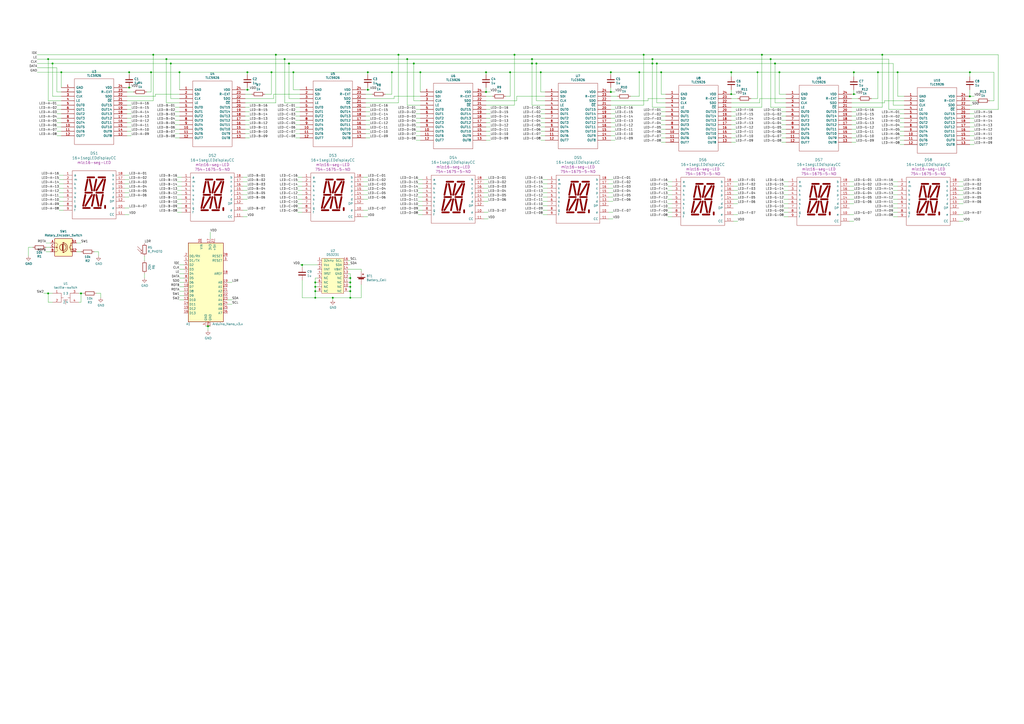
<source format=kicad_sch>
(kicad_sch (version 20211123) (generator eeschema)
  (paper "A2")
  (junction (at 562.61 55.88))
  (junction (at 74.93 41.91))
  (junction (at 313.69 41.91))
  (junction (at 182.88 163.83))
  (junction (at 167.64 36.83))
  (junction (at 378.46 36.83))
  (junction (at 441.96 31.75))
  (junction (at 370.84 41.91))
  (junction (at 509.27 41.91))
  (junction (at 213.36 41.91))
  (junction (at 27.94 170.18))
  (junction (at 439.42 41.91))
  (junction (at 182.88 172.72))
  (junction (at 203.2 172.72))
  (junction (at 96.52 34.29))
  (junction (at 227.33 41.91))
  (junction (at 182.88 166.37))
  (junction (at 281.94 53.34))
  (junction (at 311.15 36.83))
  (junction (at 520.7 41.91))
  (junction (at 511.81 31.75))
  (junction (at 243.84 41.91))
  (junction (at 281.94 41.91))
  (junction (at 295.91 41.91))
  (junction (at 424.18 41.91))
  (junction (at 35.56 41.91))
  (junction (at 182.88 168.91))
  (junction (at 27.94 34.29))
  (junction (at 203.2 168.91))
  (junction (at 373.38 31.75))
  (junction (at 203.2 161.29))
  (junction (at 143.51 52.07))
  (junction (at 298.45 31.75))
  (junction (at 354.33 41.91))
  (junction (at 213.36 52.07))
  (junction (at 46.99 170.18))
  (junction (at 120.65 189.23))
  (junction (at 203.2 166.37))
  (junction (at 452.12 41.91))
  (junction (at 424.18 54.61))
  (junction (at 170.18 41.91))
  (junction (at 449.58 36.83))
  (junction (at 157.48 41.91))
  (junction (at 231.14 31.75))
  (junction (at 383.54 41.91))
  (junction (at 495.3 41.91))
  (junction (at 354.33 53.34))
  (junction (at 236.22 34.29))
  (junction (at 203.2 163.83))
  (junction (at 87.63 41.91))
  (junction (at 99.06 36.83))
  (junction (at 104.14 41.91))
  (junction (at 160.02 31.75))
  (junction (at 143.51 41.91))
  (junction (at 240.03 36.83))
  (junction (at 30.48 36.83))
  (junction (at 381 36.83))
  (junction (at 165.1 34.29))
  (junction (at 495.3 54.61))
  (junction (at 308.61 36.83))
  (junction (at 175.26 153.67))
  (junction (at 378.46 34.29))
  (junction (at 74.93 50.8))
  (junction (at 193.04 172.72))
  (junction (at 447.04 34.29))
  (junction (at 562.61 41.91))
  (junction (at 308.61 34.29))
  (junction (at 88.9 31.75))
  (wire (pts (xy 73.66 58.42) (xy 88.9 58.42)))
  (wire (pts (xy 209.55 156.21) (xy 201.93 156.21)))
  (wire (pts (xy 29.21 146.05) (xy 26.67 146.05)))
  (wire (pts (xy 283.21 104.14) (xy 280.67 104.14)))
  (wire (pts (xy 424.18 74.93) (xy 426.72 74.93)))
  (wire (pts (xy 73.66 78.74) (xy 76.2 78.74)))
  (wire (pts (xy 576.58 58.42) (xy 574.04 58.42)))
  (wire (pts (xy 457.2 120.65) (xy 454.66 120.65)))
  (wire (pts (xy 213.36 107.95) (xy 210.82 107.95)))
  (wire (pts (xy 515.62 34.29) (xy 515.62 63.5)))
  (wire (pts (xy 511.81 62.23) (xy 494.03 62.23)))
  (wire (pts (xy 281.94 50.8) (xy 281.94 53.34)))
  (wire (pts (xy 295.91 55.88) (xy 293.37 55.88)))
  (wire (pts (xy 245.11 121.92) (xy 242.57 121.92)))
  (wire (pts (xy 173.99 69.85) (xy 171.45 69.85)))
  (wire (pts (xy 167.64 36.83) (xy 240.03 36.83)))
  (wire (pts (xy 160.02 31.75) (xy 231.14 31.75)))
  (wire (pts (xy 354.33 68.58) (xy 356.87 68.58)))
  (wire (pts (xy 243.84 73.66) (xy 241.3 73.66)))
  (wire (pts (xy 213.36 43.18) (xy 213.36 41.91)))
  (wire (pts (xy 227.33 41.91) (xy 227.33 54.61)))
  (wire (pts (xy 295.91 41.91) (xy 313.69 41.91)))
  (wire (pts (xy 316.23 68.58) (xy 313.69 68.58)))
  (wire (pts (xy 36.83 114.3) (xy 34.29 114.3)))
  (wire (pts (xy 134.62 176.53) (xy 132.08 176.53)))
  (wire (pts (xy 439.42 41.91) (xy 452.12 41.91)))
  (wire (pts (xy 378.46 62.23) (xy 386.08 62.23)))
  (wire (pts (xy 170.18 41.91) (xy 213.36 41.91)))
  (wire (pts (xy 143.51 125.73) (xy 140.97 125.73)))
  (wire (pts (xy 389.89 123.19) (xy 387.35 123.19)))
  (wire (pts (xy 175.26 118.11) (xy 172.72 118.11)))
  (wire (pts (xy 243.84 66.04) (xy 241.3 66.04)))
  (wire (pts (xy 184.15 168.91) (xy 182.88 168.91)))
  (wire (pts (xy 212.09 57.15) (xy 228.6 57.15)))
  (wire (pts (xy 57.15 146.05) (xy 57.15 148.59)))
  (wire (pts (xy 203.2 163.83) (xy 203.2 166.37)))
  (wire (pts (xy 143.51 43.18) (xy 143.51 41.91)))
  (wire (pts (xy 240.03 58.42) (xy 243.84 58.42)))
  (wire (pts (xy 36.83 104.14) (xy 34.29 104.14)))
  (wire (pts (xy 520.7 41.91) (xy 562.61 41.91)))
  (wire (pts (xy 46.99 146.05) (xy 44.45 146.05)))
  (wire (pts (xy 317.5 111.76) (xy 314.96 111.76)))
  (wire (pts (xy 426.72 80.01) (xy 424.18 80.01)))
  (wire (pts (xy 105.41 107.95) (xy 102.87 107.95)))
  (wire (pts (xy 424.18 41.91) (xy 439.42 41.91)))
  (wire (pts (xy 167.64 57.15) (xy 173.99 57.15)))
  (wire (pts (xy 73.66 73.66) (xy 76.2 73.66)))
  (wire (pts (xy 142.24 80.01) (xy 144.78 80.01)))
  (wire (pts (xy 105.41 105.41) (xy 102.87 105.41)))
  (wire (pts (xy 381 59.69) (xy 386.08 59.69)))
  (wire (pts (xy 27.94 58.42) (xy 35.56 58.42)))
  (wire (pts (xy 449.58 36.83) (xy 518.16 36.83)))
  (wire (pts (xy 316.23 73.66) (xy 313.69 73.66)))
  (wire (pts (xy 355.6 114.3) (xy 353.06 114.3)))
  (wire (pts (xy 73.66 55.88) (xy 90.17 55.88)))
  (wire (pts (xy 160.02 31.75) (xy 160.02 59.69)))
  (wire (pts (xy 193.04 172.72) (xy 193.04 173.99)))
  (wire (pts (xy 511.81 31.75) (xy 579.12 31.75)))
  (wire (pts (xy 106.68 153.67) (xy 104.14 153.67)))
  (wire (pts (xy 494.03 54.61) (xy 495.3 54.61)))
  (wire (pts (xy 354.33 81.28) (xy 356.87 81.28)))
  (wire (pts (xy 389.89 110.49) (xy 387.35 110.49)))
  (wire (pts (xy 317.5 116.84) (xy 314.96 116.84)))
  (wire (pts (xy 26.67 143.51) (xy 29.21 143.51)))
  (wire (pts (xy 142.24 57.15) (xy 158.75 57.15)))
  (wire (pts (xy 87.63 41.91) (xy 104.14 41.91)))
  (wire (pts (xy 308.61 36.83) (xy 311.15 36.83)))
  (wire (pts (xy 424.18 62.23) (xy 441.96 62.23)))
  (wire (pts (xy 424.18 82.55) (xy 426.72 82.55)))
  (wire (pts (xy 355.6 106.68) (xy 353.06 106.68)))
  (wire (pts (xy 203.2 168.91) (xy 203.2 172.72)))
  (wire (pts (xy 35.56 78.74) (xy 33.02 78.74)))
  (wire (pts (xy 281.94 58.42) (xy 299.72 58.42)))
  (wire (pts (xy 494.03 82.55) (xy 496.57 82.55)))
  (wire (pts (xy 383.54 54.61) (xy 386.08 54.61)))
  (wire (pts (xy 21.59 34.29) (xy 27.94 34.29)))
  (wire (pts (xy 354.33 41.91) (xy 370.84 41.91)))
  (wire (pts (xy 562.61 73.66) (xy 565.15 73.66)))
  (wire (pts (xy 383.54 41.91) (xy 424.18 41.91)))
  (wire (pts (xy 449.58 59.69) (xy 455.93 59.69)))
  (wire (pts (xy 74.93 114.3) (xy 72.39 114.3)))
  (wire (pts (xy 104.14 69.85) (xy 101.6 69.85)))
  (wire (pts (xy 495.3 107.95) (xy 492.76 107.95)))
  (wire (pts (xy 146.05 54.61) (xy 142.24 54.61)))
  (wire (pts (xy 558.8 115.57) (xy 556.26 115.57)))
  (wire (pts (xy 213.36 41.91) (xy 227.33 41.91)))
  (wire (pts (xy 513.08 59.69) (xy 513.08 58.42)))
  (wire (pts (xy 447.04 34.29) (xy 447.04 62.23)))
  (wire (pts (xy 104.14 67.31) (xy 101.6 67.31)))
  (wire (pts (xy 520.7 107.95) (xy 518.16 107.95)))
  (wire (pts (xy 427.99 128.27) (xy 425.45 128.27)))
  (wire (pts (xy 36.83 109.22) (xy 34.29 109.22)))
  (wire (pts (xy 299.72 58.42) (xy 299.72 55.88)))
  (wire (pts (xy 87.63 41.91) (xy 87.63 53.34)))
  (wire (pts (xy 173.99 52.07) (xy 170.18 52.07)))
  (wire (pts (xy 143.51 113.03) (xy 140.97 113.03)))
  (wire (pts (xy 494.03 77.47) (xy 496.57 77.47)))
  (wire (pts (xy 203.2 158.75) (xy 203.2 161.29)))
  (wire (pts (xy 457.2 107.95) (xy 454.66 107.95)))
  (wire (pts (xy 90.17 54.61) (xy 104.14 54.61)))
  (wire (pts (xy 160.02 59.69) (xy 142.24 59.69)))
  (wire (pts (xy 209.55 172.72) (xy 203.2 172.72)))
  (wire (pts (xy 424.18 69.85) (xy 426.72 69.85)))
  (wire (pts (xy 30.48 175.26) (xy 27.94 175.26)))
  (wire (pts (xy 354.33 66.04) (xy 356.87 66.04)))
  (wire (pts (xy 175.26 172.72) (xy 182.88 172.72)))
  (wire (pts (xy 105.41 115.57) (xy 102.87 115.57)))
  (wire (pts (xy 201.93 166.37) (xy 203.2 166.37)))
  (wire (pts (xy 175.26 105.41) (xy 172.72 105.41)))
  (wire (pts (xy 495.3 105.41) (xy 492.76 105.41)))
  (wire (pts (xy 370.84 41.91) (xy 370.84 55.88)))
  (wire (pts (xy 121.92 134.62) (xy 121.92 138.43)))
  (wire (pts (xy 565.15 81.28) (xy 562.61 81.28)))
  (wire (pts (xy 449.58 36.83) (xy 449.58 59.69)))
  (wire (pts (xy 375.92 57.15) (xy 386.08 57.15)))
  (wire (pts (xy 495.3 128.27) (xy 492.76 128.27)))
  (wire (pts (xy 386.08 74.93) (xy 383.54 74.93)))
  (wire (pts (xy 83.82 158.75) (xy 83.82 161.29)))
  (wire (pts (xy 524.51 68.58) (xy 521.97 68.58)))
  (wire (pts (xy 356.87 78.74) (xy 354.33 78.74)))
  (wire (pts (xy 495.3 44.45) (xy 495.3 41.91)))
  (wire (pts (xy 30.48 170.18) (xy 27.94 170.18)))
  (wire (pts (xy 355.6 127) (xy 353.06 127)))
  (wire (pts (xy 381 36.83) (xy 449.58 36.83)))
  (wire (pts (xy 283.21 123.19) (xy 280.67 123.19)))
  (wire (pts (xy 27.94 170.18) (xy 25.4 170.18)))
  (wire (pts (xy 74.93 124.46) (xy 72.39 124.46)))
  (wire (pts (xy 562.61 71.12) (xy 565.15 71.12)))
  (wire (pts (xy 562.61 44.45) (xy 562.61 41.91)))
  (wire (pts (xy 494.03 74.93) (xy 496.57 74.93)))
  (wire (pts (xy 173.99 77.47) (xy 171.45 77.47)))
  (wire (pts (xy 494.03 59.69) (xy 513.08 59.69)))
  (wire (pts (xy 495.3 118.11) (xy 492.76 118.11)))
  (wire (pts (xy 29.21 140.97) (xy 26.67 140.97)))
  (wire (pts (xy 106.68 158.75) (xy 104.14 158.75)))
  (wire (pts (xy 212.09 64.77) (xy 214.63 64.77)))
  (wire (pts (xy 457.2 118.11) (xy 454.66 118.11)))
  (wire (pts (xy 88.9 31.75) (xy 160.02 31.75)))
  (wire (pts (xy 106.68 168.91) (xy 104.14 168.91)))
  (wire (pts (xy 520.7 110.49) (xy 518.16 110.49)))
  (wire (pts (xy 73.66 66.04) (xy 76.2 66.04)))
  (wire (pts (xy 283.21 109.22) (xy 280.67 109.22)))
  (wire (pts (xy 495.3 113.03) (xy 492.76 113.03)))
  (wire (pts (xy 495.3 54.61) (xy 496.57 54.61)))
  (wire (pts (xy 316.23 66.04) (xy 313.69 66.04)))
  (wire (pts (xy 386.08 72.39) (xy 383.54 72.39)))
  (wire (pts (xy 378.46 34.29) (xy 447.04 34.29)))
  (wire (pts (xy 440.69 59.69) (xy 440.69 57.15)))
  (wire (pts (xy 452.12 41.91) (xy 495.3 41.91)))
  (wire (pts (xy 201.93 163.83) (xy 203.2 163.83)))
  (wire (pts (xy 73.66 63.5) (xy 76.2 63.5)))
  (wire (pts (xy 16.51 143.51) (xy 16.51 148.59)))
  (wire (pts (xy 558.8 118.11) (xy 556.26 118.11)))
  (wire (pts (xy 520.7 123.19) (xy 518.16 123.19)))
  (wire (pts (xy 524.51 66.04) (xy 521.97 66.04)))
  (wire (pts (xy 99.06 36.83) (xy 167.64 36.83)))
  (wire (pts (xy 87.63 53.34) (xy 85.09 53.34)))
  (wire (pts (xy 142.24 62.23) (xy 144.78 62.23)))
  (wire (pts (xy 243.84 78.74) (xy 241.3 78.74)))
  (wire (pts (xy 427.99 105.41) (xy 425.45 105.41)))
  (wire (pts (xy 511.81 31.75) (xy 511.81 62.23)))
  (wire (pts (xy 524.51 73.66) (xy 521.97 73.66)))
  (wire (pts (xy 83.82 148.59) (xy 83.82 151.13)))
  (wire (pts (xy 30.48 36.83) (xy 99.06 36.83)))
  (wire (pts (xy 524.51 81.28) (xy 521.97 81.28)))
  (wire (pts (xy 316.23 76.2) (xy 313.69 76.2)))
  (wire (pts (xy 354.33 43.18) (xy 354.33 41.91)))
  (wire (pts (xy 316.23 81.28) (xy 313.69 81.28)))
  (wire (pts (xy 441.96 31.75) (xy 511.81 31.75)))
  (wire (pts (xy 74.93 109.22) (xy 72.39 109.22)))
  (wire (pts (xy 455.93 74.93) (xy 453.39 74.93)))
  (wire (pts (xy 209.55 165.1) (xy 209.55 172.72)))
  (wire (pts (xy 182.88 172.72) (xy 193.04 172.72)))
  (wire (pts (xy 231.14 31.75) (xy 231.14 59.69)))
  (wire (pts (xy 144.78 77.47) (xy 142.24 77.47)))
  (wire (pts (xy 378.46 36.83) (xy 381 36.83)))
  (wire (pts (xy 201.93 158.75) (xy 203.2 158.75)))
  (wire (pts (xy 213.36 125.73) (xy 210.82 125.73)))
  (wire (pts (xy 96.52 34.29) (xy 165.1 34.29)))
  (wire (pts (xy 30.48 36.83) (xy 30.48 55.88)))
  (wire (pts (xy 142.24 69.85) (xy 144.78 69.85)))
  (wire (pts (xy 121.92 189.23) (xy 120.65 189.23)))
  (wire (pts (xy 175.26 102.87) (xy 172.72 102.87)))
  (wire (pts (xy 308.61 34.29) (xy 378.46 34.29)))
  (wire (pts (xy 383.54 41.91) (xy 383.54 54.61)))
  (wire (pts (xy 46.99 175.26) (xy 46.99 170.18)))
  (wire (pts (xy 213.36 105.41) (xy 210.82 105.41)))
  (wire (pts (xy 375.92 58.42) (xy 375.92 57.15)))
  (wire (pts (xy 373.38 31.75) (xy 441.96 31.75)))
  (wire (pts (xy 579.12 31.75) (xy 579.12 63.5)))
  (wire (pts (xy 457.2 110.49) (xy 454.66 110.49)))
  (wire (pts (xy 308.61 60.96) (xy 316.23 60.96)))
  (wire (pts (xy 513.08 58.42) (xy 524.51 58.42)))
  (wire (pts (xy 457.2 115.57) (xy 454.66 115.57)))
  (wire (pts (xy 245.11 104.14) (xy 242.57 104.14)))
  (wire (pts (xy 579.12 63.5) (xy 562.61 63.5)))
  (wire (pts (xy 143.51 105.41) (xy 140.97 105.41)))
  (wire (pts (xy 509.27 41.91) (xy 520.7 41.91)))
  (wire (pts (xy 354.33 63.5) (xy 356.87 63.5)))
  (wire (pts (xy 104.14 62.23) (xy 101.6 62.23)))
  (wire (pts (xy 203.2 153.67) (xy 201.93 153.67)))
  (wire (pts (xy 281.94 71.12) (xy 284.48 71.12)))
  (wire (pts (xy 520.7 115.57) (xy 518.16 115.57)))
  (wire (pts (xy 184.15 163.83) (xy 182.88 163.83)))
  (wire (pts (xy 27.94 34.29) (xy 96.52 34.29)))
  (wire (pts (xy 142.24 64.77) (xy 144.78 64.77)))
  (wire (pts (xy 105.41 123.19) (xy 102.87 123.19)))
  (wire (pts (xy 165.1 34.29) (xy 165.1 59.69)))
  (wire (pts (xy 182.88 168.91) (xy 182.88 172.72)))
  (wire (pts (xy 201.93 161.29) (xy 203.2 161.29)))
  (wire (pts (xy 281.94 73.66) (xy 284.48 73.66)))
  (wire (pts (xy 562.61 68.58) (xy 565.15 68.58)))
  (wire (pts (xy 386.08 80.01) (xy 383.54 80.01)))
  (wire (pts (xy 158.75 54.61) (xy 173.99 54.61)))
  (wire (pts (xy 281.94 60.96) (xy 298.45 60.96)))
  (wire (pts (xy 105.41 118.11) (xy 102.87 118.11)))
  (wire (pts (xy 212.09 72.39) (xy 214.63 72.39)))
  (wire (pts (xy 441.96 62.23) (xy 441.96 31.75)))
  (wire (pts (xy 245.11 119.38) (xy 242.57 119.38)))
  (wire (pts (xy 243.84 81.28) (xy 241.3 81.28)))
  (wire (pts (xy 317.5 114.3) (xy 314.96 114.3)))
  (wire (pts (xy 245.11 116.84) (xy 242.57 116.84)))
  (wire (pts (xy 308.61 36.83) (xy 308.61 60.96)))
  (wire (pts (xy 213.36 115.57) (xy 210.82 115.57)))
  (wire (pts (xy 386.08 69.85) (xy 383.54 69.85)))
  (wire (pts (xy 316.23 78.74) (xy 313.69 78.74)))
  (wire (pts (xy 427.99 107.95) (xy 425.45 107.95)))
  (wire (pts (xy 558.8 128.27) (xy 556.26 128.27)))
  (wire (pts (xy 457.2 123.19) (xy 454.66 123.19)))
  (wire (pts (xy 35.56 73.66) (xy 33.02 73.66)))
  (wire (pts (xy 214.63 77.47) (xy 212.09 77.47)))
  (wire (pts (xy 106.68 156.21) (xy 104.14 156.21)))
  (wire (pts (xy 213.36 102.87) (xy 210.82 102.87)))
  (wire (pts (xy 104.14 64.77) (xy 101.6 64.77)))
  (wire (pts (xy 495.3 110.49) (xy 492.76 110.49)))
  (wire (pts (xy 355.6 116.84) (xy 353.06 116.84)))
  (wire (pts (xy 424.18 59.69) (xy 440.69 59.69)))
  (wire (pts (xy 46.99 170.18) (xy 48.26 170.18)))
  (wire (pts (xy 120.65 189.23) (xy 119.38 189.23)))
  (wire (pts (xy 313.69 41.91) (xy 313.69 53.34)))
  (wire (pts (xy 21.59 41.91) (xy 35.56 41.91)))
  (wire (pts (xy 354.33 58.42) (xy 375.92 58.42)))
  (wire (pts (xy 563.88 60.96) (xy 562.61 60.96)))
  (wire (pts (xy 175.26 110.49) (xy 172.72 110.49)))
  (wire (pts (xy 106.68 166.37) (xy 104.14 166.37)))
  (wire (pts (xy 184.15 161.29) (xy 182.88 161.29)))
  (wire (pts (xy 157.48 41.91) (xy 157.48 54.61)))
  (wire (pts (xy 165.1 59.69) (xy 173.99 59.69)))
  (wire (pts (xy 355.6 123.19) (xy 353.06 123.19)))
  (wire (pts (xy 106.68 163.83) (xy 104.14 163.83)))
  (wire (pts (xy 389.89 115.57) (xy 387.35 115.57)))
  (wire (pts (xy 389.89 118.11) (xy 387.35 118.11)))
  (wire (pts (xy 495.3 41.91) (xy 509.27 41.91)))
  (wire (pts (xy 284.48 78.74) (xy 281.94 78.74)))
  (wire (pts (xy 35.56 41.91) (xy 35.56 50.8)))
  (wire (pts (xy 283.21 127) (xy 280.67 127)))
  (wire (pts (xy 509.27 57.15) (xy 509.27 41.91)))
  (wire (pts (xy 447.04 34.29) (xy 515.62 34.29)))
  (wire (pts (xy 245.11 109.22) (xy 242.57 109.22)))
  (wire (pts (xy 45.72 175.26) (xy 46.99 175.26)))
  (wire (pts (xy 175.26 115.57) (xy 172.72 115.57)))
  (wire (pts (xy 316.23 71.12) (xy 313.69 71.12)))
  (wire (pts (xy 143.51 52.07) (xy 144.78 52.07)))
  (wire (pts (xy 317.5 109.22) (xy 314.96 109.22)))
  (wire (pts (xy 104.14 80.01) (xy 101.6 80.01)))
  (wire (pts (xy 73.66 68.58) (xy 76.2 68.58)))
  (wire (pts (xy 215.9 54.61) (xy 212.09 54.61)))
  (wire (pts (xy 245.11 106.68) (xy 242.57 106.68)))
  (wire (pts (xy 494.03 72.39) (xy 496.57 72.39)))
  (wire (pts (xy 317.5 124.46) (xy 314.96 124.46)))
  (wire (pts (xy 33.02 53.34) (xy 33.02 39.37)))
  (wire (pts (xy 36.83 116.84) (xy 34.29 116.84)))
  (wire (pts (xy 74.93 120.65) (xy 72.39 120.65)))
  (wire (pts (xy 88.9 31.75) (xy 21.59 31.75)))
  (wire (pts (xy 73.66 60.96) (xy 76.2 60.96)))
  (wire (pts (xy 170.18 52.07) (xy 170.18 41.91)))
  (wire (pts (xy 27.94 34.29) (xy 27.94 58.42)))
  (wire (pts (xy 427.99 118.11) (xy 425.45 118.11)))
  (wire (pts (xy 494.03 67.31) (xy 496.57 67.31)))
  (wire (pts (xy 497.84 57.15) (xy 494.03 57.15)))
  (wire (pts (xy 495.3 124.46) (xy 492.76 124.46)))
  (wire (pts (xy 104.14 77.47) (xy 101.6 77.47)))
  (wire (pts (xy 35.56 66.04) (xy 33.02 66.04)))
  (wire (pts (xy 378.46 36.83) (xy 378.46 62.23)))
  (wire (pts (xy 73.66 71.12) (xy 76.2 71.12)))
  (wire (pts (xy 158.75 57.15) (xy 158.75 54.61)))
  (wire (pts (xy 35.56 41.91) (xy 74.93 41.91)))
  (wire (pts (xy 120.65 191.77) (xy 120.65 189.23)))
  (wire (pts (xy 281.94 53.34) (xy 284.48 53.34)))
  (wire (pts (xy 285.75 55.88) (xy 281.94 55.88)))
  (wire (pts (xy 457.2 105.41) (xy 454.66 105.41)))
  (wire (pts (xy 354.33 60.96) (xy 373.38 60.96)))
  (wire (pts (xy 313.69 53.34) (xy 316.23 53.34)))
  (wire (pts (xy 524.51 71.12) (xy 521.97 71.12)))
  (wire (pts (xy 104.14 41.91) (xy 143.51 41.91)))
  (wire (pts (xy 165.1 34.29) (xy 236.22 34.29)))
  (wire (pts (xy 143.51 107.95) (xy 140.97 107.95)))
  (wire (pts (xy 96.52 59.69) (xy 104.14 59.69)))
  (wire (pts (xy 35.56 60.96) (xy 33.02 60.96)))
  (wire (pts (xy 389.89 107.95) (xy 387.35 107.95)))
  (wire (pts (xy 74.93 104.14) (xy 72.39 104.14)))
  (wire (pts (xy 142.24 72.39) (xy 144.78 72.39)))
  (wire (pts (xy 424.18 67.31) (xy 426.72 67.31)))
  (wire (pts (xy 355.6 104.14) (xy 353.06 104.14)))
  (wire (pts (xy 313.69 41.91) (xy 354.33 41.91)))
  (wire (pts (xy 213.36 110.49) (xy 210.82 110.49)))
  (wire (pts (xy 231.14 31.75) (xy 298.45 31.75)))
  (wire (pts (xy 173.99 64.77) (xy 171.45 64.77)))
  (wire (pts (xy 106.68 161.29) (xy 104.14 161.29)))
  (wire (pts (xy 562.61 55.88) (xy 565.15 55.88)))
  (wire (pts (xy 74.93 111.76) (xy 72.39 111.76)))
  (wire (pts (xy 518.16 60.96) (xy 524.51 60.96)))
  (wire (pts (xy 455.93 72.39) (xy 453.39 72.39)))
  (wire (pts (xy 358.14 55.88) (xy 354.33 55.88)))
  (wire (pts (xy 21.59 36.83) (xy 30.48 36.83)))
  (wire (pts (xy 455.93 69.85) (xy 453.39 69.85)))
  (wire (pts (xy 457.2 125.73) (xy 454.66 125.73)))
  (wire (pts (xy 378.46 34.29) (xy 378.46 36.83)))
  (wire (pts (xy 227.33 41.91) (xy 243.84 41.91)))
  (wire (pts (xy 558.8 110.49) (xy 556.26 110.49)))
  (wire (pts (xy 316.23 63.5) (xy 313.69 63.5)))
  (wire (pts (xy 427.99 124.46) (xy 425.45 124.46)))
  (wire (pts (xy 452.12 41.91) (xy 452.12 54.61)))
  (wire (pts (xy 281.94 76.2) (xy 284.48 76.2)))
  (wire (pts (xy 520.7 120.65) (xy 518.16 120.65)))
  (wire (pts (xy 105.41 102.87) (xy 102.87 102.87)))
  (wire (pts (xy 354.33 53.34) (xy 356.87 53.34)))
  (wire (pts (xy 58.42 170.18) (xy 58.42 172.72)))
  (wire (pts (xy 184.15 166.37) (xy 182.88 166.37)))
  (wire (pts (xy 19.05 143.51) (xy 16.51 143.51)))
  (wire (pts (xy 524.51 76.2) (xy 521.97 76.2)))
  (wire (pts (xy 212.09 74.93) (xy 214.63 74.93)))
  (wire (pts (xy 36.83 106.68) (xy 34.29 106.68)))
  (wire (pts (xy 77.47 53.34) (xy 73.66 53.34)))
  (wire (pts (xy 365.76 55.88) (xy 370.84 55.88)))
  (wire (pts (xy 173.99 62.23) (xy 171.45 62.23)))
  (wire (pts (xy 203.2 172.72) (xy 193.04 172.72)))
  (wire (pts (xy 182.88 163.83) (xy 182.88 166.37)))
  (wire (pts (xy 520.7 118.11) (xy 518.16 118.11)))
  (wire (pts (xy 212.09 69.85) (xy 214.63 69.85)))
  (wire (pts (xy 298.45 31.75) (xy 373.38 31.75)))
  (wire (pts (xy 308.61 34.29) (xy 308.61 36.83)))
  (wire (pts (xy 562.61 83.82) (xy 565.15 83.82)))
  (wire (pts (xy 494.03 69.85) (xy 496.57 69.85)))
  (wire (pts (xy 90.17 55.88) (xy 90.17 54.61)))
  (wire (pts (xy 201.93 168.91) (xy 203.2 168.91)))
  (wire (pts (xy 494.03 64.77) (xy 496.57 64.77)))
  (wire (pts (xy 105.41 110.49) (xy 102.87 110.49)))
  (wire (pts (xy 74.93 101.6) (xy 72.39 101.6)))
  (wire (pts (xy 182.88 161.29) (xy 182.88 163.83)))
  (wire (pts (xy 317.5 106.68) (xy 314.96 106.68)))
  (wire (pts (xy 27.94 175.26) (xy 27.94 170.18)))
  (wire (pts (xy 295.91 41.91) (xy 295.91 55.88)))
  (wire (pts (xy 76.2 76.2) (xy 73.66 76.2)))
  (wire (pts (xy 134.62 173.99) (xy 132.08 173.99)))
  (wire (pts (xy 236.22 34.29) (xy 308.61 34.29)))
  (wire (pts (xy 424.18 64.77) (xy 426.72 64.77)))
  (wire (pts (xy 243.84 63.5) (xy 241.3 63.5)))
  (wire (pts (xy 354.33 73.66) (xy 356.87 73.66)))
  (wire (pts (xy 243.84 68.58) (xy 241.3 68.58)))
  (wire (pts (xy 35.56 68.58) (xy 33.02 68.58)))
  (wire (pts (xy 389.89 125.73) (xy 387.35 125.73)))
  (wire (pts (xy 106.68 173.99) (xy 104.14 173.99)))
  (wire (pts (xy 104.14 52.07) (xy 104.14 41.91)))
  (wire (pts (xy 105.41 113.03) (xy 102.87 113.03)))
  (wire (pts (xy 46.99 170.18) (xy 45.72 170.18)))
  (wire (pts (xy 236.22 60.96) (xy 243.84 60.96)))
  (wire (pts (xy 427.99 57.15) (xy 424.18 57.15)))
  (wire (pts (xy 515.62 63.5) (xy 524.51 63.5)))
  (wire (pts (xy 455.93 64.77) (xy 453.39 64.77)))
  (wire (pts (xy 427.99 113.03) (xy 425.45 113.03)))
  (wire (pts (xy 245.11 124.46) (xy 242.57 124.46)))
  (wire (pts (xy 435.61 57.15) (xy 439.42 57.15)))
  (wire (pts (xy 558.8 124.46) (xy 556.26 124.46)))
  (wire (pts (xy 175.26 107.95) (xy 172.72 107.95)))
  (wire (pts (xy 245.11 114.3) (xy 242.57 114.3)))
  (wire (pts (xy 46.99 140.97) (xy 44.45 140.97)))
  (wire (pts (xy 143.51 115.57) (xy 140.97 115.57)))
  (wire (pts (xy 54.61 146.05) (xy 57.15 146.05)))
  (wire (pts (xy 440.69 57.15) (xy 455.93 57.15)))
  (wire (pts (xy 562.61 78.74) (xy 565.15 78.74)))
  (wire (pts (xy 427.99 115.57) (xy 425.45 115.57)))
  (wire (pts (xy 203.2 166.37) (xy 203.2 168.91)))
  (wire (pts (xy 558.8 107.95) (xy 556.26 107.95)))
  (wire (pts (xy 389.89 120.65) (xy 387.35 120.65)))
  (wire (pts (xy 381 36.83) (xy 381 59.69)))
  (wire (pts (xy 143.51 102.87) (xy 140.97 102.87)))
  (wire (pts (xy 281.94 41.91) (xy 295.91 41.91)))
  (wire (pts (xy 36.83 111.76) (xy 34.29 111.76)))
  (wire (pts (xy 455.93 80.01) (xy 453.39 80.01)))
  (wire (pts (xy 143.51 50.8) (xy 143.51 52.07)))
  (wire (pts (xy 175.26 120.65) (xy 172.72 120.65)))
  (wire (pts (xy 99.06 57.15) (xy 104.14 57.15)))
  (wire (pts (xy 424.18 44.45) (xy 424.18 41.91)))
  (wire (pts (xy 524.51 83.82) (xy 521.97 83.82)))
  (wire (pts (xy 212.09 67.31) (xy 214.63 67.31)))
  (wire (pts (xy 354.33 71.12) (xy 356.87 71.12)))
  (wire (pts (xy 74.93 50.8) (xy 76.2 50.8)))
  (wire (pts (xy 299.72 55.88) (xy 316.23 55.88)))
  (wire (pts (xy 30.48 55.88) (xy 35.56 55.88)))
  (wire (pts (xy 213.36 113.03) (xy 210.82 113.03)))
  (wire (pts (xy 311.15 36.83) (xy 311.15 58.42)))
  (wire (pts (xy 311.15 36.83) (xy 378.46 36.83)))
  (wire (pts (xy 520.7 55.88) (xy 524.51 55.88)))
  (wire (pts (xy 389.89 105.41) (xy 387.35 105.41)))
  (wire (pts (xy 74.93 106.68) (xy 72.39 106.68)))
  (wire (pts (xy 520.7 125.73) (xy 518.16 125.73)))
  (wire (pts (xy 175.26 162.56) (xy 175.26 172.72)))
  (wire (pts (xy 88.9 58.42) (xy 88.9 31.75)))
  (wire (pts (xy 447.04 62.23) (xy 455.93 62.23)))
  (wire (pts (xy 157.48 41.91) (xy 170.18 41.91)))
  (wire (pts (xy 452.12 54.61) (xy 455.93 54.61)))
  (wire (pts (xy 355.6 111.76) (xy 353.06 111.76)))
  (wire (pts (xy 520.7 113.03) (xy 518.16 113.03)))
  (wire (pts (xy 281.94 63.5) (xy 284.48 63.5)))
  (wire (pts (xy 143.51 121.92) (xy 140.97 121.92)))
  (wire (pts (xy 36.83 119.38) (xy 34.29 119.38)))
  (wire (pts (xy 175.26 154.94) (xy 175.26 153.67)))
  (wire (pts (xy 173.99 153.67) (xy 175.26 153.67)))
  (wire (pts (xy 424.18 77.47) (xy 426.72 77.47)))
  (wire (pts (xy 427.99 110.49) (xy 425.45 110.49)))
  (wire (pts (xy 496.57 80.01) (xy 494.03 80.01)))
  (wire (pts (xy 386.08 82.55) (xy 383.54 82.55)))
  (wire (pts (xy 106.68 171.45) (xy 104.14 171.45)))
  (wire (pts (xy 281.94 66.04) (xy 284.48 66.04)))
  (wire (pts (xy 245.11 111.76) (xy 242.57 111.76)))
  (wire (pts (xy 213.36 121.92) (xy 210.82 121.92)))
  (wire (pts (xy 134.62 163.83) (xy 132.08 163.83)))
  (wire (pts (xy 283.21 114.3) (xy 280.67 114.3)))
  (wire (pts (xy 227.33 54.61) (xy 223.52 54.61)))
  (wire (pts (xy 311.15 58.42) (xy 316.23 58.42)))
  (wire (pts (xy 424.18 72.39) (xy 426.72 72.39)))
  (wire (pts (xy 424.18 54.61) (xy 426.72 54.61)))
  (wire (pts (xy 143.51 41.91) (xy 157.48 41.91)))
  (wire (pts (xy 317.5 104.14) (xy 314.96 104.14)))
  (wire (pts (xy 212.09 62.23) (xy 214.63 62.23)))
  (wire (pts (xy 283.21 116.84) (xy 280.67 116.84)))
  (wire (pts (xy 455.93 82.55) (xy 453.39 82.55)))
  (wire (pts (xy 283.21 106.68) (xy 280.67 106.68)))
  (wire (pts (xy 104.14 74.93) (xy 101.6 74.93)))
  (wire (pts (xy 298.45 60.96) (xy 298.45 31.75)))
  (wire (pts (xy 524.51 78.74) (xy 521.97 78.74)))
  (wire (pts (xy 173.99 72.39) (xy 171.45 72.39)))
  (wire (pts (xy 243.84 41.91) (xy 243.84 53.34)))
  (wire (pts (xy 562.61 66.04) (xy 565.15 66.04)))
  (wire (pts (xy 99.06 36.83) (xy 99.06 57.15)))
  (wire (pts (xy 173.99 74.93) (xy 171.45 74.93)))
  (wire (pts (xy 386.08 64.77) (xy 383.54 64.77)))
  (wire (pts (xy 33.02 39.37) (xy 21.59 39.37)))
  (wire (pts (xy 354.33 76.2) (xy 356.87 76.2)))
  (wire (pts (xy 243.84 76.2) (xy 241.3 76.2)))
  (wire (pts (xy 209.55 157.48) (xy 209.55 156.21)))
  (wire (pts (xy 35.56 76.2) (xy 33.02 76.2)))
  (wire (pts (xy 74.93 43.18) (xy 74.93 41.91)))
  (wire (pts (xy 203.2 151.13) (xy 201.93 151.13)))
  (wire (pts (xy 212.09 52.07) (xy 213.36 52.07)))
  (wire (pts (xy 157.48 54.61) (xy 153.67 54.61)))
  (wire (pts (xy 562.61 76.2) (xy 565.15 76.2)))
  (wire (pts (xy 576.58 41.91) (xy 576.58 58.42)))
  (wire (pts (xy 386.08 67.31) (xy 383.54 67.31)))
  (wire (pts (xy 96.52 34.29) (xy 96.52 59.69)))
  (wire (pts (xy 355.6 109.22) (xy 353.06 109.22)))
  (wire (pts (xy 228.6 57.15) (xy 228.6 55.88)))
  (wire (pts (xy 495.3 115.57) (xy 492.76 115.57)))
  (wire (pts (xy 354.33 50.8) (xy 354.33 53.34)))
  (wire (pts (xy 505.46 57.15) (xy 509.27 57.15)))
  (wire (pts (xy 424.18 52.07) (xy 424.18 54.61)))
  (wire (pts (xy 317.5 121.92) (xy 314.96 121.92)))
  (wire (pts (xy 173.99 80.01) (xy 171.45 80.01)))
  (wire (pts (xy 55.88 170.18) (xy 58.42 170.18)))
  (wire (pts (xy 228.6 55.88) (xy 243.84 55.88)))
  (wire (pts (xy 36.83 101.6) (xy 34.29 101.6)))
  (wire (pts (xy 35.56 71.12) (xy 33.02 71.12)))
  (wire (pts (xy 520.7 41.91) (xy 520.7 55.88)))
  (wire (pts (xy 231.14 59.69) (xy 212.09 59.69)))
  (wire (pts (xy 317.5 119.38) (xy 314.96 119.38)))
  (wire (pts (xy 203.2 161.29) (xy 203.2 163.83)))
  (wire (pts (xy 142.24 74.93) (xy 144.78 74.93)))
  (wire (pts (xy 389.89 113.03) (xy 387.35 113.03)))
  (wire (pts (xy 562.61 52.07) (xy 562.61 55.88)))
  (wire (pts (xy 558.8 105.41) (xy 556.26 105.41)))
  (wire (pts (xy 457.2 113.03) (xy 454.66 113.03)))
  (wire (pts (xy 566.42 58.42) (xy 562.61 58.42)))
  (wire (pts (xy 142.24 67.31) (xy 144.78 67.31)))
  (wire (pts (xy 74.93 41.91) (xy 87.63 41.91)))
  (wire (pts (xy 240.03 36.83) (xy 308.61 36.83)))
  (wire (pts (xy 73.66 50.8) (xy 74.93 50.8)))
  (wire (pts (xy 386.08 77.47) (xy 383.54 77.47)))
  (wire (pts (xy 35.56 63.5) (xy 33.02 63.5)))
  (wire (pts (xy 373.38 60.96) (xy 373.38 31.75)))
  (wire (pts (xy 213.36 50.8) (xy 213.36 52.07)))
  (wire (pts (xy 518.16 36.83) (xy 518.16 60.96)))
  (wire (pts (xy 281.94 68.58) (xy 284.48 68.58)))
  (wire (pts (xy 212.09 80.01) (xy 214.63 80.01)))
  (wire (pts (xy 236.22 34.29) (xy 236.22 60.96)))
  (wire (pts (xy 243.84 71.12) (xy 241.3 71.12)))
  (wire (pts (xy 36.83 121.92) (xy 34.29 121.92)))
  (wire (pts (xy 558.8 113.03) (xy 556.26 113.03)))
  (wire (pts (xy 142.24 52.07) (xy 143.51 52.07)))
  (wire (pts (xy 455.93 67.31) (xy 453.39 67.31)))
  (wire (pts (xy 455.93 77.47) (xy 453.39 77.47)))
  (wire (pts (xy 213.36 52.07) (xy 214.63 52.07)))
  (wire (pts (xy 104.14 72.39) (xy 101.6 72.39)))
  (wire (pts (xy 243.84 41.91) (xy 281.94 41.91)))
  (wire (pts (xy 182.88 166.37) (xy 182.88 168.91)))
  (wire (pts (xy 175.26 123.19) (xy 172.72 123.19)))
  (wire (pts (xy 35.56 53.34) (xy 33.02 53.34)))
  (wire (pts (xy 562.61 41.91) (xy 576.58 41.91)))
  (wire (pts (xy 143.51 110.49) (xy 140.97 110.49)))
  (wire (pts (xy 175.26 153.67) (xy 184.15 153.67)))
  (wire (pts (xy 283.21 111.76) (xy 280.67 111.76)))
  (wire (pts (xy 175.26 113.03) (xy 172.72 113.03)))
  (wire (pts (xy 495.3 52.07) (xy 495.3 54.61)))
  (wire (pts (xy 105.41 120.65) (xy 102.87 120.65)))
  (wire (pts (xy 173.99 67.31) (xy 171.45 67.31)))
  (wire (pts (xy 281.94 81.28) (xy 284.48 81.28)))
  (wire (pts (xy 167.64 36.83) (xy 167.64 57.15)))
  (wire (pts (xy 370.84 41.91) (xy 383.54 41.91)))
  (wire (pts (xy 281.94 43.18) (xy 281.94 41.91)))
  (wire (pts (xy 240.03 36.83) (xy 240.03 58.42)))
  (wire (pts (xy 439.42 57.15) (xy 439.42 41.91)))
  (wire (pts (xy 520.7 105.41) (xy 518.16 105.41)))
  (label "LED-H-12" (at 565.15 76.2 0))
  (label "LED-B-01" (at 143.51 102.87 0))
  (label "LED-D-10" (at 284.48 78.74 0))
  (label "LED-D-04" (at 241.3 71.12 180))
  (label "LED-A-16" (at 76.2 60.96 0))
  (label "LED-B-13" (at 144.78 69.85 0))
  (label "LED-B-11" (at 144.78 74.93 0))
  (label "LED-D-14" (at 284.48 68.58 0))
  (label "LED-C-04" (at 213.36 110.49 0))
  (label "LED-D-02" (at 241.3 66.04 180))
  (label "LED-G-13" (at 496.57 72.39 0))
  (label "VDD" (at 565.15 55.88 0))
  (label "LED-E-11" (at 356.87 76.2 0))
  (label "LED-A-15" (at 76.2 63.5 0))
  (label "LED-B-07" (at 143.51 121.92 0))
  (label "LED-B-09" (at 102.87 120.65 180))
  (label "LED-C-02" (at 213.36 105.41 0))
  (label "LED-C-06" (at 171.45 74.93 180))
  (label "LED-C-09" (at 172.72 120.65 180))
  (label "LED-G-15" (at 496.57 67.31 0))
  (label "LED-D-03" (at 283.21 109.22 0))
  (label "LED-A-12" (at 34.29 111.76 180))
  (label "LED-B-06" (at 101.6 74.93 180))
  (label "LED-G-11" (at 454.66 118.11 180))
  (label "LED-E-02" (at 313.69 66.04 180))
  (label "LED-B-13" (at 102.87 110.49 180))
  (label "LED-C-05" (at 213.36 113.03 0))
  (label "LED-G-16" (at 496.57 64.77 0))
  (label "LED-E-09" (at 356.87 81.28 0))
  (label "LED-B-14" (at 144.78 67.31 0))
  (label "LED-C-10" (at 172.72 118.11 180))
  (label "LED-F-11" (at 426.72 77.47 0))
  (label "LED-D-10" (at 242.57 119.38 180))
  (label "LED-F-03" (at 383.54 69.85 180))
  (label "LED-H-15" (at 565.15 68.58 0))
  (label "iOE" (at 21.59 31.75 180))
  (label "LED-C-03" (at 213.36 107.95 0))
  (label "LED-E-04" (at 355.6 111.76 0))
  (label "LED-B-12" (at 102.87 113.03 180))
  (label "LED-H-13" (at 518.16 113.03 180))
  (label "LED-G-02" (at 453.39 67.31 180))
  (label "LED-A-10" (at 34.29 116.84 180))
  (label "LED-C-10" (at 214.63 77.47 0))
  (label "SW2" (at 104.14 173.99 180))
  (label "LED-H-03" (at 558.8 110.49 0))
  (label "LED-A-11" (at 76.2 73.66 0))
  (label "LED-B-09" (at 144.78 80.01 0))
  (label "LED-F-14" (at 426.72 69.85 0))
  (label "LED-C-03" (at 171.45 67.31 180))
  (label "LED-D-05" (at 283.21 114.3 0))
  (label "LED-H-05" (at 558.8 115.57 0))
  (label "LED-D-11" (at 242.57 116.84 180))
  (label "LED-D-13" (at 284.48 71.12 0))
  (label "LED-C-01" (at 171.45 62.23 180))
  (label "LED-C-12" (at 172.72 113.03 180))
  (label "LED-H-07" (at 521.97 81.28 180))
  (label "LED-F-08" (at 383.54 82.55 180))
  (label "LED-H-09" (at 518.16 123.19 180))
  (label "LED-D-01" (at 283.21 104.14 0))
  (label "LED-G-01" (at 495.3 105.41 0))
  (label "LED-G-04" (at 453.39 72.39 180))
  (label "VDD" (at 427.99 128.27 0))
  (label "LED-C-13" (at 172.72 110.49 180))
  (label "LED-F-15" (at 387.35 107.95 180))
  (label "LED-F-05" (at 383.54 74.93 180))
  (label "LE" (at 21.59 34.29 180))
  (label "LED-H-01" (at 521.97 66.04 180))
  (label "LED-C-07" (at 213.36 121.92 0))
  (label "LED-G-05" (at 495.3 115.57 0))
  (label "LED-F-01" (at 383.54 64.77 180))
  (label "CLK" (at 21.59 36.83 180))
  (label "LED-F-02" (at 383.54 67.31 180))
  (label "LED-A-03" (at 74.93 106.68 0))
  (label "VDD" (at 356.87 53.34 0))
  (label "LED-C-01" (at 213.36 102.87 0))
  (label "LED-E-16" (at 356.87 63.5 0))
  (label "LED-G-03" (at 495.3 110.49 0))
  (label "LED-C-04" (at 171.45 69.85 180))
  (label "LED-D-08" (at 241.3 81.28 180))
  (label "LED-E-12" (at 314.96 114.3 180))
  (label "SW2" (at 25.4 170.18 180))
  (label "LED-D-11" (at 284.48 76.2 0))
  (label "LED-A-09" (at 76.2 78.74 0))
  (label "LED-E-08" (at 314.96 124.46 180))
  (label "LED-E-08" (at 313.69 81.28 180))
  (label "LED-A-09" (at 34.29 119.38 180))
  (label "LED-H-06" (at 521.97 78.74 180))
  (label "LED-G-03" (at 453.39 69.85 180))
  (label "LED-H-15" (at 518.16 107.95 180))
  (label "LED-B-06" (at 143.51 115.57 0))
  (label "LED-B-02" (at 143.51 105.41 0))
  (label "iOE" (at 104.14 153.67 180))
  (label "VDD" (at 74.93 124.46 0))
  (label "LED-G-12" (at 496.57 74.93 0))
  (label "LED-H-04" (at 558.8 113.03 0))
  (label "LED-B-01" (at 101.6 62.23 180))
  (label "LED-C-14" (at 214.63 67.31 0))
  (label "VDD" (at 213.36 125.73 0))
  (label "LED-A-06" (at 74.93 114.3 0))
  (label "LED-A-05" (at 33.02 71.12 180))
  (label "SW1" (at 46.99 140.97 0))
  (label "VDD" (at 76.2 50.8 0))
  (label "SDO" (at 563.88 60.96 0))
  (label "LED-A-02" (at 33.02 63.5 180))
  (label "LED-D-05" (at 241.3 73.66 180))
  (label "LED-C-15" (at 214.63 64.77 0))
  (label "LED-B-03" (at 143.51 107.95 0))
  (label "LED-G-07" (at 453.39 80.01 180))
  (label "LED-A-14" (at 34.29 106.68 180))
  (label "LED-H-06" (at 558.8 118.11 0))
  (label "LED-C-08" (at 172.72 123.19 180))
  (label "LED-F-09" (at 426.72 82.55 0))
  (label "LED-C-08" (at 171.45 80.01 180))
  (label "SDO" (at 104.14 163.83 180))
  (label "LED-G-12" (at 454.66 115.57 180))
  (label "LED-D-13" (at 242.57 111.76 180))
  (label "LED-B-05" (at 143.51 113.03 0))
  (label "LED-H-08" (at 518.16 125.73 180))
  (label "LED-A-01" (at 74.93 101.6 0))
  (label "LED-E-16" (at 314.96 104.14 180))
  (label "LED-F-12" (at 387.35 115.57 180))
  (label "LED-B-04" (at 143.51 110.49 0))
  (label "LED-B-02" (at 101.6 64.77 180))
  (label "VDD" (at 355.6 127 0))
  (label "LED-B-10" (at 144.78 77.47 0))
  (label "LED-E-05" (at 313.69 73.66 180))
  (label "LED-A-07" (at 74.93 120.65 0))
  (label "LED-B-11" (at 102.87 115.57 180))
  (label "LED-E-11" (at 314.96 116.84 180))
  (label "LED-F-01" (at 427.99 105.41 0))
  (label "ROTA" (at 104.14 168.91 180))
  (label "LED-D-03" (at 241.3 68.58 180))
  (label "SDA" (at 203.2 153.67 0))
  (label "LED-G-14" (at 496.57 69.85 0))
  (label "VDD" (at 284.48 53.34 0))
  (label "LED-A-07" (at 33.02 76.2 180))
  (label "LE" (at 104.14 158.75 180))
  (label "LED-F-16" (at 387.35 105.41 180))
  (label "LED-F-16" (at 426.72 64.77 0))
  (label "VDD" (at 558.8 128.27 0))
  (label "LED-F-12" (at 426.72 74.93 0))
  (label "LED-G-16" (at 454.66 105.41 180))
  (label "LED-D-16" (at 284.48 63.5 0))
  (label "LED-G-13" (at 454.66 113.03 180))
  (label "LED-D-12" (at 242.57 114.3 180))
  (label "LED-B-07" (at 101.6 77.47 180))
  (label "LED-H-11" (at 565.15 78.74 0))
  (label "LED-H-12" (at 518.16 115.57 180))
  (label "LED-A-03" (at 33.02 66.04 180))
  (label "LED-D-06" (at 283.21 116.84 0))
  (label "CLK" (at 104.14 156.21 180))
  (label "LED-G-10" (at 496.57 80.01 0))
  (label "LED-E-15" (at 314.96 106.68 180))
  (label "LED-D-16" (at 242.57 104.14 180))
  (label "LED-D-02" (at 283.21 106.68 0))
  (label "LED-A-15" (at 34.29 104.14 180))
  (label "LED-E-10" (at 314.96 119.38 180))
  (label "LED-H-04" (at 521.97 73.66 180))
  (label "VDD" (at 214.63 52.07 0))
  (label "LED-E-07" (at 355.6 123.19 0))
  (label "LED-H-10" (at 565.15 81.28 0))
  (label "LED-D-14" (at 242.57 109.22 180))
  (label "LED-G-14" (at 454.66 110.49 180))
  (label "LED-E-04" (at 313.69 71.12 180))
  (label "LED-C-02" (at 171.45 64.77 180))
  (label "LED-D-12" (at 284.48 73.66 0))
  (label "LED-F-09" (at 387.35 123.19 180))
  (label "LED-H-10" (at 518.16 120.65 180))
  (label "LED-G-10" (at 454.66 120.65 180))
  (label "LED-G-11" (at 496.57 77.47 0))
  (label "LED-A-05" (at 74.93 111.76 0))
  (label "ROTB" (at 104.14 166.37 180))
  (label "LED-C-11" (at 214.63 74.93 0))
  (label "LED-D-09" (at 284.48 81.28 0))
  (label "LED-F-13" (at 426.72 72.39 0))
  (label "LED-E-10" (at 356.87 78.74 0))
  (label "LED-E-06" (at 355.6 116.84 0))
  (label "LDR" (at 83.82 140.97 0))
  (label "LED-D-15" (at 242.57 106.68 180))
  (label "LED-B-08" (at 102.87 123.19 180))
  (label "LED-F-13" (at 387.35 113.03 180))
  (label "LED-F-10" (at 426.72 80.01 0))
  (label "LED-H-14" (at 518.16 110.49 180))
  (label "VDD" (at 144.78 52.07 0))
  (label "LED-F-14" (at 387.35 110.49 180))
  (label "LED-F-06" (at 427.99 118.11 0))
  (label "VDD" (at 496.57 54.61 0))
  (label "ROTB" (at 26.67 146.05 180))
  (label "ROTA" (at 26.67 140.97 180))
  (label "LED-C-16" (at 172.72 102.87 180))
  (label "LED-F-10" (at 387.35 120.65 180))
  (label "LED-C-06" (at 213.36 115.57 0))
  (label "LED-B-15" (at 102.87 105.41 180))
  (label "VDD" (at 121.92 134.62 0))
  (label "LED-F-04" (at 383.54 72.39 180))
  (label "VDD" (at 283.21 127 0))
  (label "LED-E-02" (at 355.6 106.68 0))
  (label "LDR" (at 134.62 163.83 0))
  (label "LED-H-14" (at 565.15 71.12 0))
  (label "LED-F-07" (at 427.99 124.46 0))
  (label "LED-H-05" (at 521.97 76.2 180))
  (label "LED-H-02" (at 558.8 107.95 0))
  (label "LED-E-06" (at 313.69 76.2 180))
  (label "LED-B-14" (at 102.87 107.95 180))
  (label "LED-A-01" (at 33.02 60.96 180))
  (label "LED-B-10" (at 102.87 118.11 180))
  (label "LED-H-11" (at 518.16 118.11 180))
  (label "LED-A-08" (at 33.02 78.74 180))
  (label "LED-F-02" (at 427.99 107.95 0))
  (label "LED-A-11" (at 34.29 114.3 180))
  (label "LED-D-08" (at 242.57 124.46 180))
  (label "LED-A-04" (at 74.93 109.22 0))
  (label "LED-C-07" (at 171.45 77.47 180))
  (label "LED-G-06" (at 495.3 118.11 0))
  (label "LED-A-02" (at 74.93 104.14 0))
  (label "VDD" (at 143.51 125.73 0))
  (label "LED-H-09" (at 565.15 83.82 0))
  (label "LED-E-09" (at 314.96 121.92 180))
  (label "LED-B-04" (at 101.6 69.85 180))
  (label "LED-F-08" (at 387.35 125.73 180))
  (label "LED-F-05" (at 427.99 115.57 0))
  (label "LED-G-07" (at 495.3 124.46 0))
  (label "LED-H-16" (at 565.15 66.04 0))
  (label "VDD" (at 426.72 54.61 0))
  (label "SDA" (at 134.62 173.99 0))
  (label "LED-D-01" (at 241.3 63.5 180))
  (label "LED-D-04" (at 283.21 111.76 0))
  (label "LED-E-01" (at 313.69 63.5 180))
  (label "LED-C-15" (at 172.72 105.41 180))
  (label "LED-H-02" (at 521.97 68.58 180))
  (label "LED-A-14" (at 76.2 66.04 0))
  (label "LED-E-05" (at 355.6 114.3 0))
  (label "LED-E-13" (at 314.96 111.76 180))
  (label "LED-G-09" (at 454.66 123.19 180))
  (label "LED-H-08" (at 521.97 83.82 180))
  (label "LED-D-06" (at 241.3 76.2 180))
  (label "DATA" (at 21.59 39.37 180))
  (label "SCL" (at 134.62 176.53 0))
  (label "GND" (at 21.59 41.91 180))
  (label "LED-A-04" (at 33.02 68.58 180))
  (label "LED-G-05" (at 453.39 74.93 180))
  (label "LED-E-13" (at 356.87 71.12 0))
  (label "LED-B-16" (at 144.78 62.23 0))
  (label "LED-G-08" (at 454.66 125.73 180))
  (label "LED-H-03" (at 521.97 71.12 180))
  (label "LED-A-08" (at 34.29 121.92 180))
  (label "VDD" (at 495.3 128.27 0))
  (label "LED-C-13" (at 214.63 69.85 0))
  (label "LED-B-08" (at 101.6 80.01 180))
  (label "SCL" (at 203.2 151.13 0))
  (label "LED-A-13" (at 34.29 109.22 180))
  (label "LED-A-10" (at 76.2 76.2 0))
  (label "LED-C-16" (at 214.63 62.23 0))
  (label "LED-H-13" (at 565.15 73.66 0))
  (label "LED-F-15" (at 426.72 67.31 0))
  (label "LED-E-12" (at 356.87 73.66 0))
  (label "LED-G-06" (at 453.39 77.47 180))
  (label "LED-G-04" (at 495.3 113.03 0))
  (label "LED-G-08" (at 453.39 82.55 180))
  (label "LED-C-11" (at 172.72 115.57 180))
  (label "LED-B-05" (at 101.6 72.39 180))
  (label "LED-B-12" (at 144.78 72.39 0))
  (label "LED-E-03" (at 313.69 68.58 180))
  (label "LED-E-15" (at 356.87 66.04 0))
  (label "LED-F-04" (at 427.99 113.03 0))
  (label "LED-H-07" (at 558.8 124.46 0))
  (label "LED-A-13" (at 76.2 68.58 0))
  (label "LED-A-12" (at 76.2 71.12 0))
  (label "LED-C-12" (at 214.63 72.39 0))
  (label "DATA" (at 104.14 161.29 180))
  (label "LED-G-09" (at 496.57 82.55 0))
  (label "LED-C-05" (at 171.45 72.39 180))
  (label "LED-F-06" (at 383.54 77.47 180))
  (label "LED-G-15" (at 454.66 107.95 180))
  (label "LED-H-01" (at 558.8 105.41 0))
  (label "LED-C-09" (at 214.63 80.01 0))
  (label "LED-F-07" (at 383.54 80.01 180))
  (label "LED-E-01" (at 355.6 104.14 0))
  (label "LED-F-11" (at 387.35 118.11 180))
  (label "SW1" (at 104.14 171.45 180))
  (label "LED-D-07" (at 283.21 123.19 0))
  (label "LED-B-03" (at 101.6 67.31 180))
  (label "LED-G-02" (at 495.3 107.95 0))
  (label "LED-E-14" (at 356.87 68.58 0))
  (label "LED-E-07" (at 313.69 78.74 180))
  (label "LED-D-15" (at 284.48 66.04 0))
  (label "LED-G-01" (at 453.39 64.77 180))
  (label "LED-F-03" (at 427.99 110.49 0))
  (label "VDD" (at 173.99 153.67 180))
  (label "LED-D-07" (at 241.3 78.74 180))
  (label "LED-H-16" (at 518.16 105.41 180))
  (label "LED-D-09" (at 242.57 121.92 180))
  (label "LED-A-06" (at 33.02 73.66 180))
  (label "LED-B-15" (at 144.78 64.77 0))
  (label "LED-C-14" (at 172.72 107.95 180))
  (label "LED-E-03" (at 355.6 109.22 0))
  (label "LED-E-14" (at 314.96 109.22 180))
  (label "LED-A-16" (at 34.29 101.6 180))
  (label "LED-B-16" (at 102.87 102.87 180))
  (symbol (lib_id "seg-sign-rescue:Arduino_Nano_v3.x-MCU_Module") (at 119.38 163.83 0) (unit 1)
    (property "Reference" "A1" (at 109.22 187.96 0))
    (property "Value" "Arduino_Nano_v3.x" (at 132.08 187.96 0))
    (property "Footprint" "Module:Arduino_Nano" (effects hide))
    (property "Datasheet" "http://www.mouser.com/pdfdocs/Gravitech_Arduino_Nano3_0.pdf" (effects hide))
  )
  (symbol (lib_id "seg-sign-rescue:TLC5926-AOI") (at 54.61 64.77 0) (unit 1)
    (property "Reference" "U3" (at 54.61 41.529 0))
    (property "Value" "TLC5926" (at 54.61 43.8404 0))
    (property "Footprint" "MODULE" (effects hide))
    (property "Datasheet" "DOCUMENTATION" (effects hide))
    (property "Digikey" "296-24760-1-ND" (effects hide))
  )
  (symbol (lib_id "seg-sign-rescue:R_PHOTO-Device") (at 83.82 144.78 0) (unit 1)
    (property "Reference" "R5" (at 85.598 143.6116 0) (effects (justify left)))
    (property "Value" "R_PHOTO" (at 85.598 145.923 0) (effects (justify left)))
    (property "Footprint" "OptoDevice:R_LDR_5.0x4.1mm_P3mm_Vertical" (effects hide))
    (property "Digikey" "PDV-P8104-ND" (effects hide))
  )
  (symbol (lib_id "seg-sign-rescue:Rotary_Encoder_Switch-Device") (at 36.83 143.51 0) (unit 1)
    (property "Reference" "SW1" (at 36.83 134.1882 0))
    (property "Value" "Rotary_Encoder_Switch" (at 36.83 136.4996 0))
    (property "Footprint" "Miz:PEC11R" (effects hide))
    (property "Digikey" "PEC11R-4215F-S0012" (effects hide))
  )
  (symbol (lib_id "seg-sign-rescue:tactile-switch-AOI") (at 38.1 172.72 270) (unit 1)
    (property "Reference" "U1" (at 38.1 164.465 90))
    (property "Value" "tactile-switch" (at 38.1 166.7764 90))
    (property "Footprint" "Miz:Tactile-switch-450-1650-ND" (effects hide))
    (property "Digikey" "450-1650-ND" (effects hide))
  )
  (symbol (lib_id "Device:Battery_Cell") (at 209.55 162.56 0) (unit 1)
    (property "Reference" "BT1" (at 212.5472 160.1216 0) (effects (justify left)))
    (property "Value" "Battery_Cell" (at 212.5472 162.433 0) (effects (justify left)))
    (property "Footprint" "miz:CR1220-leystone" (effects hide))
    (property "Digikey" "36-2894-ND" (effects hide))
  )
  (symbol (lib_id "seg-sign-rescue:16+1segLEDdisplayCC-Miz") (at 54.61 111.76 0) (unit 1)
    (property "Reference" "DS1" (at 54.61 88.9254 0) (effects (font (size 1.524 1.524))))
    (property "Value" "16+1segLEDdisplayCC" (at 54.61 91.6178 0) (effects (font (size 1.524 1.524))))
    (property "Footprint" "miz:16-seg-LED" (at 54.61 94.3102 0) (effects (font (size 1.524 1.524))))
    (property "Digikey" "754-1675-5-ND" (effects hide))
  )
  (symbol (lib_id "Device:R") (at 81.28 53.34 90) (mirror x) (unit 1)
    (property "Reference" "R4" (at 81.28 48.0822 90))
    (property "Value" "1k" (at 81.28 50.3936 90))
    (property "Footprint" "Resistor_SMD:R_0603_1608Metric_Pad1.05x0.95mm_HandSolder" (effects hide))
  )
  (symbol (lib_id "seg-sign-rescue:TLC5926-AOI") (at 123.19 66.04 0) (unit 1)
    (property "Reference" "U4" (at 123.19 42.799 0))
    (property "Value" "TLC5926" (at 123.19 45.1104 0))
    (property "Footprint" "MODULE" (effects hide))
    (property "Datasheet" "DOCUMENTATION" (effects hide))
    (property "Digikey" "296-24760-1-ND" (effects hide))
  )
  (symbol (lib_id "Device:R") (at 149.86 54.61 90) (mirror x) (unit 1)
    (property "Reference" "R7" (at 149.86 49.3522 90))
    (property "Value" "1k" (at 149.86 51.6636 90))
    (property "Footprint" "Resistor_SMD:R_0603_1608Metric_Pad1.05x0.95mm_HandSolder" (effects hide))
  )
  (symbol (lib_id "seg-sign-rescue:16+1segLEDdisplayCC-Miz") (at 123.19 113.03 0) (unit 1)
    (property "Reference" "DS2" (at 123.19 90.1954 0) (effects (font (size 1.524 1.524))))
    (property "Value" "16+1segLEDdisplayCC" (at 123.19 92.8878 0) (effects (font (size 1.524 1.524))))
    (property "Footprint" "miz:16-seg-LED" (at 123.19 95.5802 0) (effects (font (size 1.524 1.524))))
    (property "Datasheet" "754-1675-5-ND" (at 123.19 98.2726 0) (effects (font (size 1.524 1.524))))
    (property "Digikey" "754-1675-5-ND" (effects hide))
  )
  (symbol (lib_id "seg-sign-rescue:TLC5926-AOI") (at 193.04 66.04 0) (unit 1)
    (property "Reference" "U5" (at 193.04 42.799 0))
    (property "Value" "TLC5926" (at 193.04 45.1104 0))
    (property "Footprint" "MODULE" (effects hide))
    (property "Datasheet" "DOCUMENTATION" (effects hide))
    (property "Digikey" "296-24760-1-ND" (effects hide))
  )
  (symbol (lib_id "Device:R") (at 219.71 54.61 90) (mirror x) (unit 1)
    (property "Reference" "R8" (at 219.71 49.3522 90))
    (property "Value" "1k" (at 219.71 51.6636 90))
    (property "Footprint" "Resistor_SMD:R_0603_1608Metric_Pad1.05x0.95mm_HandSolder" (effects hide))
  )
  (symbol (lib_id "seg-sign-rescue:16+1segLEDdisplayCC-Miz") (at 193.04 113.03 0) (unit 1)
    (property "Reference" "DS3" (at 193.04 90.1954 0) (effects (font (size 1.524 1.524))))
    (property "Value" "16+1segLEDdisplayCC" (at 193.04 92.8878 0) (effects (font (size 1.524 1.524))))
    (property "Footprint" "miz:16-seg-LED" (at 193.04 95.5802 0) (effects (font (size 1.524 1.524))))
    (property "Datasheet" "754-1675-5-ND" (at 193.04 98.2726 0) (effects (font (size 1.524 1.524))))
  )
  (symbol (lib_id "seg-sign-rescue:TLC5926-AOI") (at 262.89 67.31 0) (unit 1)
    (property "Reference" "U6" (at 262.89 44.069 0))
    (property "Value" "TLC5926" (at 262.89 46.3804 0))
    (property "Footprint" "MODULE" (effects hide))
    (property "Datasheet" "DOCUMENTATION" (effects hide))
    (property "Digikey" "296-24760-1-ND" (effects hide))
  )
  (symbol (lib_id "Device:R") (at 289.56 55.88 90) (mirror x) (unit 1)
    (property "Reference" "R9" (at 289.56 50.6222 90))
    (property "Value" "1k" (at 289.56 52.9336 90))
    (property "Footprint" "Resistor_SMD:R_0603_1608Metric_Pad1.05x0.95mm_HandSolder" (effects hide))
  )
  (symbol (lib_id "seg-sign-rescue:16+1segLEDdisplayCC-Miz") (at 262.89 114.3 0) (unit 1)
    (property "Reference" "DS4" (at 262.89 91.4654 0) (effects (font (size 1.524 1.524))))
    (property "Value" "16+1segLEDdisplayCC" (at 262.89 94.1578 0) (effects (font (size 1.524 1.524))))
    (property "Footprint" "miz:16-seg-LED" (at 262.89 96.8502 0) (effects (font (size 1.524 1.524))))
    (property "Datasheet" "754-1675-5-ND" (at 262.89 99.5426 0) (effects (font (size 1.524 1.524))))
  )
  (symbol (lib_id "seg-sign-rescue:TLC5926-AOI") (at 335.28 67.31 0) (unit 1)
    (property "Reference" "U7" (at 335.28 44.069 0))
    (property "Value" "TLC5926" (at 335.28 46.3804 0))
    (property "Footprint" "MODULE" (effects hide))
    (property "Datasheet" "DOCUMENTATION" (effects hide))
    (property "Digikey" "296-24760-1-ND" (effects hide))
  )
  (symbol (lib_id "Device:R") (at 361.95 55.88 90) (mirror x) (unit 1)
    (property "Reference" "R10" (at 361.95 50.6222 90))
    (property "Value" "1k" (at 361.95 52.9336 90))
    (property "Footprint" "Resistor_SMD:R_0603_1608Metric_Pad1.05x0.95mm_HandSolder" (effects hide))
  )
  (symbol (lib_id "seg-sign-rescue:16+1segLEDdisplayCC-Miz") (at 335.28 114.3 0) (unit 1)
    (property "Reference" "DS5" (at 335.28 91.4654 0) (effects (font (size 1.524 1.524))))
    (property "Value" "16+1segLEDdisplayCC" (at 335.28 94.1578 0) (effects (font (size 1.524 1.524))))
    (property "Footprint" "miz:16-seg-LED" (at 335.28 96.8502 0) (effects (font (size 1.524 1.524))))
    (property "Datasheet" "754-1675-5-ND" (at 335.28 99.5426 0) (effects (font (size 1.524 1.524))))
  )
  (symbol (lib_id "seg-sign-rescue:TLC5926-AOI") (at 405.13 68.58 0) (unit 1)
    (property "Reference" "U8" (at 405.13 45.339 0))
    (property "Value" "TLC5926" (at 405.13 47.6504 0))
    (property "Footprint" "MODULE" (effects hide))
    (property "Datasheet" "DOCUMENTATION" (effects hide))
    (property "Digikey" "296-24760-1-ND" (effects hide))
  )
  (symbol (lib_id "Device:R") (at 431.8 57.15 90) (mirror x) (unit 1)
    (property "Reference" "R11" (at 431.8 51.8922 90))
    (property "Value" "1k" (at 431.8 54.2036 90))
    (property "Footprint" "Resistor_SMD:R_0603_1608Metric_Pad1.05x0.95mm_HandSolder" (effects hide))
  )
  (symbol (lib_id "seg-sign-rescue:16+1segLEDdisplayCC-Miz") (at 407.67 115.57 0) (unit 1)
    (property "Reference" "DS6" (at 407.67 92.7354 0) (effects (font (size 1.524 1.524))))
    (property "Value" "16+1segLEDdisplayCC" (at 407.67 95.4278 0) (effects (font (size 1.524 1.524))))
    (property "Footprint" "miz:16-seg-LED" (at 407.67 98.1202 0) (effects (font (size 1.524 1.524))))
    (property "Datasheet" "754-1675-5-ND" (at 407.67 100.8126 0) (effects (font (size 1.524 1.524))))
  )
  (symbol (lib_id "seg-sign-rescue:TLC5926-AOI") (at 474.98 68.58 0) (unit 1)
    (property "Reference" "U9" (at 474.98 45.339 0))
    (property "Value" "TLC5926" (at 474.98 47.6504 0))
    (property "Footprint" "MODULE" (effects hide))
    (property "Datasheet" "DOCUMENTATION" (effects hide))
    (property "Digikey" "296-24760-1-ND" (effects hide))
  )
  (symbol (lib_id "Device:R") (at 501.65 57.15 90) (mirror x) (unit 1)
    (property "Reference" "R12" (at 501.65 51.8922 90))
    (property "Value" "1k" (at 501.65 54.2036 90))
    (property "Footprint" "Resistor_SMD:R_0603_1608Metric_Pad1.05x0.95mm_HandSolder" (effects hide))
  )
  (symbol (lib_id "seg-sign-rescue:16+1segLEDdisplayCC-Miz") (at 474.98 115.57 0) (unit 1)
    (property "Reference" "DS7" (at 474.98 92.7354 0) (effects (font (size 1.524 1.524))))
    (property "Value" "16+1segLEDdisplayCC" (at 474.98 95.4278 0) (effects (font (size 1.524 1.524))))
    (property "Footprint" "miz:16-seg-LED" (at 474.98 98.1202 0) (effects (font (size 1.524 1.524))))
    (property "Datasheet" "754-1675-5-ND" (at 474.98 100.8126 0) (effects (font (size 1.524 1.524))))
  )
  (symbol (lib_id "seg-sign-rescue:TLC5926-AOI") (at 543.56 69.85 0) (unit 1)
    (property "Reference" "U10" (at 543.56 46.609 0))
    (property "Value" "TLC5926" (at 543.56 48.9204 0))
    (property "Footprint" "MODULE" (effects hide))
    (property "Datasheet" "DOCUMENTATION" (effects hide))
    (property "Digikey" "296-24760-1-ND" (effects hide))
  )
  (symbol (lib_id "Device:R") (at 570.23 58.42 90) (mirror x) (unit 1)
    (property "Reference" "R13" (at 570.23 53.1622 90))
    (property "Value" "1k" (at 570.23 55.4736 90))
    (property "Footprint" "Resistor_SMD:R_0603_1608Metric_Pad1.05x0.95mm_HandSolder" (effects hide))
  )
  (symbol (lib_id "seg-sign-rescue:16+1segLEDdisplayCC-Miz") (at 538.48 115.57 0) (unit 1)
    (property "Reference" "DS8" (at 538.48 92.7354 0) (effects (font (size 1.524 1.524))))
    (property "Value" "16+1segLEDdisplayCC" (at 538.48 95.4278 0) (effects (font (size 1.524 1.524))))
    (property "Footprint" "miz:16-seg-LED" (at 538.48 98.1202 0) (effects (font (size 1.524 1.524))))
    (property "Datasheet" "754-1675-5-ND" (at 538.48 100.8126 0) (effects (font (size 1.524 1.524))))
  )
  (symbol (lib_id "Device:R") (at 83.82 154.94 0) (mirror y) (unit 1)
    (property "Reference" "R6" (at 89.0778 154.94 90))
    (property "Value" "20k" (at 86.7664 154.94 90))
    (property "Footprint" "Resistor_SMD:R_0603_1608Metric_Pad1.05x0.95mm_HandSolder" (effects hide))
  )
  (symbol (lib_id "power:GND") (at 83.82 161.29 0) (unit 1)
    (property "Reference" "#PWR0101" (effects hide))
    (property "Value" "GND" (at 83.947 165.6842 0))
  )
  (symbol (lib_id "seg-sign-rescue:DS3231-Miz") (at 193.04 160.02 0) (unit 1)
    (property "Reference" "U2" (at 193.04 145.415 0))
    (property "Value" "DS3231" (at 193.04 147.7264 0))
    (property "Footprint" "Package_SO:SOIC-16W_7.5x10.3mm_P1.27mm" (effects hide))
    (property "Digikey" "DS3231S#T&RCT-ND" (effects hide))
  )
  (symbol (lib_id "power:GND") (at 193.04 173.99 0) (unit 1)
    (property "Reference" "#PWR0106" (effects hide))
    (property "Value" "GND" (at 193.167 178.3842 0))
  )
  (symbol (lib_id "Device:R") (at 52.07 170.18 270) (mirror x) (unit 1)
    (property "Reference" "R3" (at 52.07 175.4378 90))
    (property "Value" "10k" (at 52.07 173.1264 90))
    (property "Footprint" "Resistor_SMD:R_0603_1608Metric_Pad1.05x0.95mm_HandSolder" (effects hide))
  )
  (symbol (lib_id "power:GND") (at 58.42 172.72 0) (unit 1)
    (property "Reference" "#PWR0102" (effects hide))
    (property "Value" "GND" (at 58.547 177.1142 0))
  )
  (symbol (lib_id "Device:R") (at 50.8 146.05 270) (mirror x) (unit 1)
    (property "Reference" "R2" (at 50.8 151.3078 90))
    (property "Value" "10k" (at 50.8 148.9964 90))
    (property "Footprint" "Resistor_SMD:R_0603_1608Metric_Pad1.05x0.95mm_HandSolder" (effects hide))
  )
  (symbol (lib_id "power:GND") (at 57.15 148.59 0) (unit 1)
    (property "Reference" "#PWR0103" (effects hide))
    (property "Value" "GND" (at 57.277 152.9842 0))
  )
  (symbol (lib_id "Device:R") (at 22.86 143.51 270) (mirror x) (unit 1)
    (property "Reference" "R1" (at 22.86 148.7678 90))
    (property "Value" "10k" (at 22.86 146.4564 90))
    (property "Footprint" "Resistor_SMD:R_0603_1608Metric_Pad1.05x0.95mm_HandSolder" (effects hide))
  )
  (symbol (lib_id "power:GND") (at 16.51 148.59 0) (unit 1)
    (property "Reference" "#PWR0104" (effects hide))
    (property "Value" "GND" (at 16.637 152.9842 0))
  )
  (symbol (lib_id "Device:C") (at 175.26 158.75 0) (unit 1)
    (property "Reference" "C9" (at 178.181 157.5816 0) (effects (justify left)))
    (property "Value" "1u" (at 178.181 159.893 0) (effects (justify left)))
    (property "Footprint" "Capacitor_SMD:C_0603_1608Metric_Pad1.05x0.95mm_HandSolder" (effects hide))
  )
  (symbol (lib_id "power:GND") (at 120.65 191.77 0) (unit 1)
    (property "Reference" "#PWR0105" (effects hide))
    (property "Value" "GND" (at 120.777 196.1642 0))
  )
  (symbol (lib_id "Device:C") (at 74.93 46.99 0) (unit 1)
    (property "Reference" "C1" (at 77.851 45.8216 0) (effects (justify left)))
    (property "Value" "1u" (at 77.851 48.133 0) (effects (justify left)))
    (property "Footprint" "Capacitor_SMD:C_0603_1608Metric_Pad1.05x0.95mm_HandSolder" (effects hide))
  )
  (symbol (lib_id "Device:C") (at 143.51 46.99 0) (unit 1)
    (property "Reference" "C2" (at 146.431 45.8216 0) (effects (justify left)))
    (property "Value" "1u" (at 146.431 48.133 0) (effects (justify left)))
    (property "Footprint" "Capacitor_SMD:C_0603_1608Metric_Pad1.05x0.95mm_HandSolder" (effects hide))
  )
  (symbol (lib_id "Device:C") (at 213.36 46.99 0) (unit 1)
    (property "Reference" "C3" (at 216.281 45.8216 0) (effects (justify left)))
    (property "Value" "1u" (at 216.281 48.133 0) (effects (justify left)))
    (property "Footprint" "Capacitor_SMD:C_0603_1608Metric_Pad1.05x0.95mm_HandSolder" (effects hide))
  )
  (symbol (lib_id "Device:C") (at 281.94 46.99 0) (unit 1)
    (property "Reference" "C4" (at 284.861 45.8216 0) (effects (justify left)))
    (property "Value" "1u" (at 284.861 48.133 0) (effects (justify left)))
    (property "Footprint" "Capacitor_SMD:C_0603_1608Metric_Pad1.05x0.95mm_HandSolder" (effects hide))
  )
  (symbol (lib_id "Device:C") (at 354.33 46.99 0) (unit 1)
    (property "Reference" "C5" (at 357.251 45.8216 0) (effects (justify left)))
    (property "Value" "1u" (at 357.251 48.133 0) (effects (justify left)))
    (property "Footprint" "Capacitor_SMD:C_0603_1608Metric_Pad1.05x0.95mm_HandSolder" (effects hide))
  )
  (symbol (lib_id "Device:C") (at 424.18 48.26 0) (unit 1)
    (property "Reference" "C6" (at 427.101 47.0916 0) (effects (justify left)))
    (property "Value" "1u" (at 427.101 49.403 0) (effects (justify left)))
    (property "Footprint" "Capacitor_SMD:C_0603_1608Metric_Pad1.05x0.95mm_HandSolder" (effects hide))
  )
  (symbol (lib_id "Device:C") (at 495.3 48.26 0) (unit 1)
    (property "Reference" "C7" (at 498.221 47.0916 0) (effects (justify left)))
    (property "Value" "1u" (at 498.221 49.403 0) (effects (justify left)))
    (property "Footprint" "Capacitor_SMD:C_0603_1608Metric_Pad1.05x0.95mm_HandSolder" (effects hide))
  )
  (symbol (lib_id "Device:C") (at 562.61 48.26 0) (unit 1)
    (property "Reference" "C8" (at 565.531 47.0916 0) (effects (justify left)))
    (property "Value" "1u" (at 565.531 49.403 0) (effects (justify left)))
    (property "Footprint" "Capacitor_SMD:C_0603_1608Metric_Pad1.05x0.95mm_HandSolder" (effects hide))
  )
)
</source>
